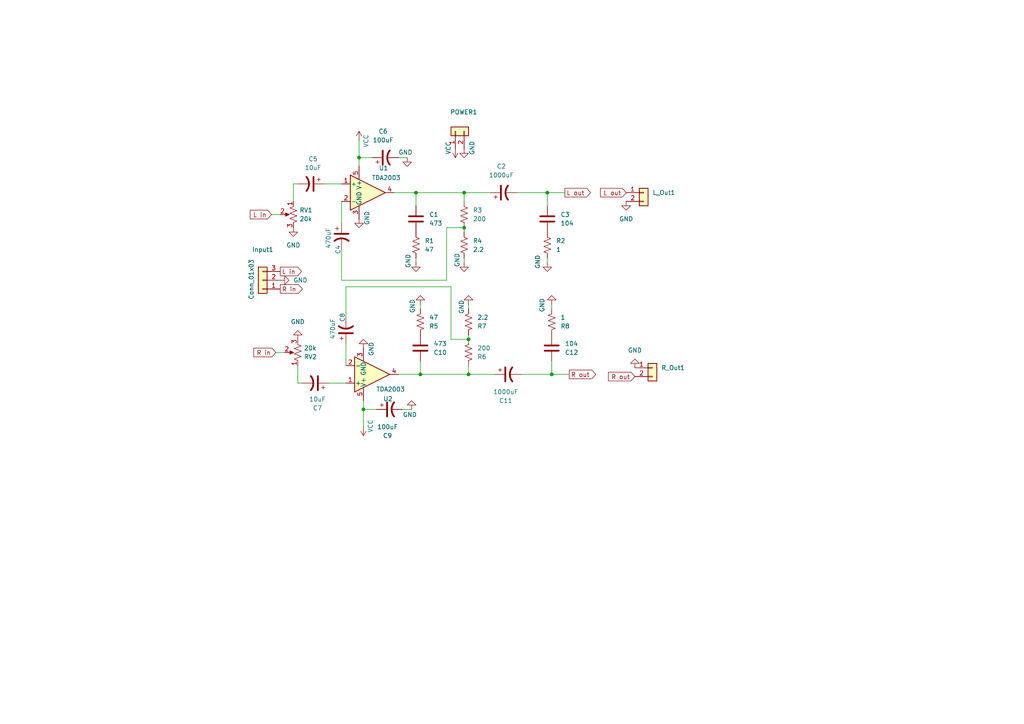
<source format=kicad_sch>
(kicad_sch (version 20231120) (generator "eeschema") (generator_version "8.0")
  (paper "A4")
  (lib_symbols
    (symbol "Amplifier_Audio:TDA2003" (pin_names (offset 0.127))
      (property "Reference" "U" (at 3.81 6.35 0))
      (property "Value" "TDA2003" (at 3.81 3.81 0))
      (symbol "TDA2003_0_1"
        (polyline (pts (xy -5.08 5.08) (xy 5.08 0) (xy -5.08 -5.08) (xy -5.08 5.08)) (stroke (width 0.254)) (fill (type background)))
      )
      (symbol "TDA2003_1_1"
        (pin input line (at -7.62 2.54 0) (length 2.54) (name "+") (number "1"))
        (pin input line (at -7.62 -2.54 0) (length 2.54) (name "-") (number "2"))
        (pin power_in line (at -2.54 -7.62 90) (length 3.81) (name "GND") (number "3"))
        (pin output line (at 7.62 0 180) (length 2.54) (name "~") (number "4"))
        (pin power_in line (at -2.54 7.62 270) (length 3.81) (name "V+") (number "5"))
      )
    )
    (symbol "Connector_Generic:Conn_01x02" (pin_names (offset 1.016) hide)
      (property "Reference" "J" (at 0 2.54 0))
      (property "Value" "Conn_01x02" (at 0 -5.08 0))
      (symbol "Conn_01x02_1_1"
        (rectangle (start -1.27 -2.413) (end 0 -2.667) (stroke (width 0.1524)))
        (rectangle (start -1.27 0.127) (end 0 -0.127) (stroke (width 0.1524)))
        (rectangle (start -1.27 1.27) (end 1.27 -3.81) (stroke (width 0.254)) (fill (type background)))
        (pin passive line (at -5.08 0 0) (length 3.81) (name "Pin_1") (number "1"))
        (pin passive line (at -5.08 -2.54 0) (length 3.81) (name "Pin_2") (number "2"))
      )
    )
    (symbol "Connector_Generic:Conn_01x03" (pin_names (offset 1.016) hide)
      (property "Reference" "J" (at 0 5.08 0))
      (property "Value" "Conn_01x03" (at 0 -5.08 0))
      (symbol "Conn_01x03_1_1"
        (rectangle (start -1.27 -2.413) (end 0 -2.667) (stroke (width 0.1524)))
        (rectangle (start -1.27 0.127) (end 0 -0.127) (stroke (width 0.1524)))
        (rectangle (start -1.27 2.667) (end 0 2.413) (stroke (width 0.1524)))
        (rectangle (start -1.27 3.81) (end 1.27 -3.81) (stroke (width 0.254)) (fill (type background)))
        (pin passive line (at -5.08 2.54 0) (length 3.81) (name "Pin_1") (number "1"))
        (pin passive line (at -5.08 0 0) (length 3.81) (name "Pin_2") (number "2"))
        (pin passive line (at -5.08 -2.54 0) (length 3.81) (name "Pin_3") (number "3"))
      )
    )
    (symbol "Device:C" (pin_numbers hide) (pin_names (offset 0.254))
      (property "Reference" "C" (at 0.635 2.54 0))
      (property "Value" "C" (at 0.635 -2.54 0))
      (symbol "C_0_1"
        (polyline (pts (xy -2.032 -0.762) (xy 2.032 -0.762)) (stroke (width 0.508)))
        (polyline (pts (xy -2.032 0.762) (xy 2.032 0.762)) (stroke (width 0.508)))
      )
      (symbol "C_1_1"
        (pin passive line (at 0 3.81 270) (length 2.794) (name "~") (number "1"))
        (pin passive line (at 0 -3.81 90) (length 2.794) (name "~") (number "2"))
      )
    )
    (symbol "Device:C_Polarized_US" (pin_numbers hide) (pin_names (offset 0.254) hide)
      (property "Reference" "C" (at 0.635 2.54 0))
      (property "Value" "C_Polarized_US" (at 0.635 -2.54 0))
      (symbol "C_Polarized_US_0_1"
        (polyline (pts (xy -2.032 0.762) (xy 2.032 0.762)) (stroke (width 0.508)))
        (polyline (pts (xy -1.778 2.286) (xy -0.762 2.286)))
        (polyline (pts (xy -1.27 1.778) (xy -1.27 2.794)))
        (arc (start 2.032 -1.27) (mid 0 -0.5572) (end -2.032 -1.27) (stroke (width 0.508)))
      )
      (symbol "C_Polarized_US_1_1"
        (pin passive line (at 0 3.81 270) (length 2.794) (name "~") (number "1"))
        (pin passive line (at 0 -3.81 90) (length 3.302) (name "~") (number "2"))
      )
    )
    (symbol "Device:R_Potentiometer_US" (pin_names (offset 1.016) hide)
      (property "Reference" "RV" (at -4.445 0 90))
      (property "Value" "R_Potentiometer_US" (at -2.54 0 90))
      (symbol "R_Potentiometer_US_0_1"
        (polyline (pts (xy 0 -2.286) (xy 0 -2.54)))
        (polyline (pts (xy 0 2.54) (xy 0 2.286)))
        (polyline (pts (xy 2.54 0) (xy 1.524 0)))
        (polyline (pts (xy 1.143 0) (xy 2.286 0.508) (xy 2.286 -0.508) (xy 1.143 0)) (fill (type outline)))
        (polyline (pts (xy 0 -0.762) (xy 1.016 -1.143) (xy 0 -1.524) (xy -1.016 -1.905) (xy 0 -2.286)))
        (polyline (pts (xy 0 0.762) (xy 1.016 0.381) (xy 0 0) (xy -1.016 -0.381) (xy 0 -0.762)))
        (polyline (pts (xy 0 2.286) (xy 1.016 1.905) (xy 0 1.524) (xy -1.016 1.143) (xy 0 0.762)))
      )
      (symbol "R_Potentiometer_US_1_1"
        (pin passive line (at 0 3.81 270) (length 1.27) (name "1") (number "1"))
        (pin passive line (at 3.81 0 180) (length 1.27) (name "2") (number "2"))
        (pin passive line (at 0 -3.81 90) (length 1.27) (name "3") (number "3"))
      )
    )
    (symbol "Device:R_US" (pin_numbers hide) (pin_names (offset 0))
      (property "Reference" "R" (at 2.54 0 90))
      (property "Value" "R_US" (at -2.54 0 90))
      (symbol "R_US_0_1"
        (polyline (pts (xy 0 -2.286) (xy 0 -2.54)))
        (polyline (pts (xy 0 2.286) (xy 0 2.54)))
        (polyline (pts (xy 0 -0.762) (xy 1.016 -1.143) (xy 0 -1.524) (xy -1.016 -1.905) (xy 0 -2.286)))
        (polyline (pts (xy 0 0.762) (xy 1.016 0.381) (xy 0 0) (xy -1.016 -0.381) (xy 0 -0.762)))
        (polyline (pts (xy 0 2.286) (xy 1.016 1.905) (xy 0 1.524) (xy -1.016 1.143) (xy 0 0.762)))
      )
      (symbol "R_US_1_1"
        (pin passive line (at 0 3.81 270) (length 1.27) (name "~") (number "1"))
        (pin passive line (at 0 -3.81 90) (length 1.27) (name "~") (number "2"))
      )
    )
    (symbol "power:GND" (power) (pin_numbers hide) (pin_names (offset 0) hide)
      (property "Value" "GND" (at 0 -3.81 0))
      (symbol "GND_0_1"
        (polyline (pts (xy 0 0) (xy 0 -1.27) (xy 1.27 -1.27) (xy 0 -2.54) (xy -1.27 -1.27) (xy 0 -1.27)))
      )
      (symbol "GND_1_1"
        (pin power_in line (at 0 0 270) (length 0) (name "~") (number "1"))
      )
    )
    (symbol "power:VCC" (power) (pin_numbers hide) (pin_names (offset 0) hide)
      (property "Value" "VCC" (at 0 3.556 0))
      (symbol "VCC_0_1"
        (polyline (pts (xy -0.762 1.27) (xy 0 2.54)))
        (polyline (pts (xy 0 0) (xy 0 2.54)))
        (polyline (pts (xy 0 2.54) (xy 0.762 1.27)))
      )
      (symbol "VCC_1_1"
        (pin power_in line (at 0 0 90) (length 0) (name "~") (number "1"))
      )
    )
  )
  (junction (at 120.65 55.88))
  (junction (at 105.41 118.745))
  (junction (at 158.75 55.88))
  (junction (at 134.62 55.88))
  (junction (at 160.02 108.585))
  (junction (at 134.62 66.04))
  (junction (at 135.89 98.425))
  (junction (at 135.89 108.585))
  (junction (at 121.92 108.585))
  (junction (at 104.14 45.72))
  (wire (pts (xy 104.14 45.72) (xy 107.95 45.72)))
  (wire (pts (xy 120.65 76.2) (xy 120.65 74.93)))
  (wire (pts (xy 120.65 55.88) (xy 114.3 55.88)))
  (wire (pts (xy 86.36 111.125) (xy 87.63 111.125)))
  (wire (pts (xy 160.02 108.585) (xy 165.1 108.585)))
  (wire (pts (xy 80.01 102.235) (xy 82.55 102.235)))
  (wire (pts (xy 134.62 74.93) (xy 134.62 76.2)))
  (wire (pts (xy 105.41 118.745) (xy 109.22 118.745)))
  (wire (pts (xy 104.14 40.64) (xy 104.14 45.72)))
  (wire (pts (xy 105.41 123.825) (xy 105.41 118.745)))
  (wire (pts (xy 129.54 66.04) (xy 134.62 66.04)))
  (wire (pts (xy 135.89 89.535) (xy 135.89 88.265)))
  (wire (pts (xy 104.14 45.72) (xy 104.14 48.26)))
  (wire (pts (xy 120.65 55.88) (xy 120.65 59.69)))
  (wire (pts (xy 121.92 88.265) (xy 121.92 89.535)))
  (wire (pts (xy 134.62 66.04) (xy 134.62 67.31)))
  (wire (pts (xy 105.41 118.745) (xy 105.41 116.205)))
  (wire (pts (xy 99.06 81.28) (xy 129.54 81.28)))
  (wire (pts (xy 158.75 55.88) (xy 158.75 59.69)))
  (wire (pts (xy 135.89 98.425) (xy 135.89 97.155)))
  (wire (pts (xy 160.02 88.265) (xy 160.02 89.535)))
  (wire (pts (xy 134.62 55.88) (xy 120.65 55.88)))
  (wire (pts (xy 158.75 55.88) (xy 149.86 55.88)))
  (wire (pts (xy 134.62 55.88) (xy 134.62 58.42)))
  (wire (pts (xy 78.74 62.23) (xy 81.28 62.23)))
  (wire (pts (xy 99.06 58.42) (xy 99.06 64.77)))
  (wire (pts (xy 130.81 83.185) (xy 130.81 98.425)))
  (wire (pts (xy 100.33 83.185) (xy 130.81 83.185)))
  (wire (pts (xy 100.33 92.075) (xy 100.33 83.185)))
  (wire (pts (xy 99.06 72.39) (xy 99.06 81.28)))
  (wire (pts (xy 95.25 111.125) (xy 100.33 111.125)))
  (wire (pts (xy 135.89 108.585) (xy 135.89 106.045)))
  (wire (pts (xy 100.33 106.045) (xy 100.33 99.695)))
  (wire (pts (xy 93.98 53.34) (xy 99.06 53.34)))
  (wire (pts (xy 121.92 108.585) (xy 115.57 108.585)))
  (wire (pts (xy 129.54 81.28) (xy 129.54 66.04)))
  (wire (pts (xy 85.09 58.42) (xy 85.09 53.34)))
  (wire (pts (xy 118.11 45.72) (xy 115.57 45.72)))
  (wire (pts (xy 135.89 108.585) (xy 121.92 108.585)))
  (wire (pts (xy 130.81 98.425) (xy 135.89 98.425)))
  (wire (pts (xy 119.38 118.745) (xy 116.84 118.745)))
  (wire (pts (xy 121.92 108.585) (xy 121.92 104.775)))
  (wire (pts (xy 158.75 55.88) (xy 163.83 55.88)))
  (wire (pts (xy 143.51 108.585) (xy 135.89 108.585)))
  (wire (pts (xy 86.36 106.045) (xy 86.36 111.125)))
  (wire (pts (xy 158.75 76.2) (xy 158.75 74.93)))
  (wire (pts (xy 160.02 108.585) (xy 151.13 108.585)))
  (wire (pts (xy 160.02 108.585) (xy 160.02 104.775)))
  (wire (pts (xy 85.09 53.34) (xy 86.36 53.34)))
  (wire (pts (xy 142.24 55.88) (xy 134.62 55.88)))
  (global_label "L in" (shape output) (at 81.28 78.74 0) (property "Intersheetrefs" "${INTERSHEET_REFS}" (effects (hide yes))))
  (global_label "R out" (shape input) (at 184.15 109.22 180) (property "Intersheetrefs" "${INTERSHEET_REFS}" (effects (hide yes))))
  (global_label "L out" (shape output) (at 163.83 55.88 0) (property "Intersheetrefs" "${INTERSHEET_REFS}" (effects (hide yes))))
  (global_label "L in" (shape input) (at 78.74 62.23 180) (property "Intersheetrefs" "${INTERSHEET_REFS}" (effects (hide yes))))
  (global_label "L out" (shape input) (at 181.61 55.88 180) (property "Intersheetrefs" "${INTERSHEET_REFS}" (effects (hide yes))))
  (global_label "R in" (shape input) (at 80.01 102.235 180) (property "Intersheetrefs" "${INTERSHEET_REFS}" (effects (hide yes))))
  (global_label "R out" (shape output) (at 165.1 108.585 0) (property "Intersheetrefs" "${INTERSHEET_REFS}" (effects (hide yes))))
  (global_label "R in" (shape output) (at 81.28 83.82 0) (property "Intersheetrefs" "${INTERSHEET_REFS}" (effects (hide yes))))
  (symbol (lib_id "power:GND") (at 134.62 43.18 0) (unit 1)
    (property "Reference" "#PWR019" (effects (hide yes)))
    (property "Value" "GND" (at 136.906 42.926 90))
    (property "Description" "Power symbol creates a global label with name \"GND\" , ground" (effects (hide yes)))
  )
  (symbol (lib_id "Device:R_Potentiometer_US") (at 86.36 102.235 180) (unit 1)
    (property "Reference" "RV2" (at 88.138 103.505 0) (effects (justify right)))
    (property "Value" "20k" (at 88.138 100.965 0) (effects (justify right)))
    (property "Footprint" "Potentiometer_THT:Potentiometer_Runtron_RM-065_Vertical" (effects (hide yes)))
    (property "Description" "Potentiometer, US symbol" (effects (hide yes)))
  )
  (symbol (lib_id "Device:C_Polarized_US") (at 113.03 118.745 90) (mirror x) (unit 1)
    (property "Reference" "C9" (at 112.395 126.365 90))
    (property "Value" "100uF" (at 112.395 123.825 90))
    (property "Footprint" "Capacitor_THT:CP_Radial_D10.0mm_P5.00mm" (effects (hide yes)))
    (property "Description" "Polarized capacitor, US symbol" (effects (hide yes)))
  )
  (symbol (lib_id "power:GND") (at 181.61 58.42 0) (unit 1)
    (property "Reference" "#PWR017" (effects (hide yes)))
    (property "Value" "GND" (at 181.61 63.5 0))
    (property "Description" "Power symbol creates a global label with name \"GND\" , ground" (effects (hide yes)))
  )
  (symbol (lib_id "Device:R_US") (at 120.65 71.12 0) (unit 1)
    (property "Reference" "R1" (at 123.19 69.8499 0) (effects (justify left)))
    (property "Value" "47" (at 123.19 72.3899 0) (effects (justify left)))
    (property "Footprint" "Resistor_THT:R_Axial_DIN0309_L9.0mm_D3.2mm_P15.24mm_Horizontal" (effects (hide yes)))
    (property "Description" "Resistor, US symbol" (effects (hide yes)))
  )
  (symbol (lib_id "power:VCC") (at 132.08 43.18 180) (unit 1)
    (property "Reference" "#PWR02" (effects (hide yes)))
    (property "Value" "VCC" (at 130.048 42.926 90))
    (property "Description" "Power symbol creates a global label with name \"VCC\"" (effects (hide yes)))
  )
  (symbol (lib_id "Device:R_US") (at 121.92 93.345 0) (mirror x) (unit 1)
    (property "Reference" "R5" (at 124.46 94.6151 0) (effects (justify left)))
    (property "Value" "47" (at 124.46 92.0751 0) (effects (justify left)))
    (property "Footprint" "Resistor_THT:R_Axial_DIN0309_L9.0mm_D3.2mm_P15.24mm_Horizontal" (effects (hide yes)))
    (property "Description" "Resistor, US symbol" (effects (hide yes)))
  )
  (symbol (lib_id "Device:R_US") (at 160.02 93.345 0) (mirror x) (unit 1)
    (property "Reference" "R8" (at 162.56 94.6151 0) (effects (justify left)))
    (property "Value" "1" (at 162.56 92.0751 0) (effects (justify left)))
    (property "Footprint" "Resistor_THT:R_Axial_DIN0309_L9.0mm_D3.2mm_P15.24mm_Horizontal" (effects (hide yes)))
    (property "Description" "Resistor, US symbol" (effects (hide yes)))
  )
  (symbol (lib_id "power:GND") (at 104.14 63.5 0) (unit 1)
    (property "Reference" "#PWR03" (effects (hide yes)))
    (property "Value" "GND" (at 106.426 63.246 90))
    (property "Description" "Power symbol creates a global label with name \"GND\" , ground" (effects (hide yes)))
  )
  (symbol (lib_id "Device:R_Potentiometer_US") (at 85.09 62.23 0) (mirror y) (unit 1)
    (property "Reference" "RV1" (at 86.868 60.96 0) (effects (justify right)))
    (property "Value" "20k" (at 86.868 63.5 0) (effects (justify right)))
    (property "Footprint" "Potentiometer_THT:Potentiometer_Runtron_RM-065_Vertical" (effects (hide yes)))
    (property "Description" "Potentiometer, US symbol" (effects (hide yes)))
  )
  (symbol (lib_id "Device:C_Polarized_US") (at 147.32 108.585 90) (mirror x) (unit 1)
    (property "Reference" "C11" (at 146.685 116.205 90))
    (property "Value" "1000uF" (at 146.685 113.665 90))
    (property "Footprint" "Capacitor_THT:CP_Radial_D16.0mm_P7.50mm" (effects (hide yes)))
    (property "Description" "Polarized capacitor, US symbol" (effects (hide yes)))
  )
  (symbol (lib_id "power:GND") (at 135.89 88.265 0) (mirror x) (unit 1)
    (property "Reference" "#PWR014" (effects (hide yes)))
    (property "Value" "GND" (at 133.858 89.027 90))
    (property "Description" "Power symbol creates a global label with name \"GND\" , ground" (effects (hide yes)))
  )
  (symbol (lib_id "power:GND") (at 86.36 98.425 0) (mirror x) (unit 1)
    (property "Reference" "#PWR09" (effects (hide yes)))
    (property "Value" "GND" (at 86.36 93.345 0))
    (property "Description" "Power symbol creates a global label with name \"GND\" , ground" (effects (hide yes)))
  )
  (symbol (lib_id "Device:C") (at 121.92 100.965 0) (mirror x) (unit 1)
    (property "Reference" "C10" (at 125.73 102.2351 0) (effects (justify left)))
    (property "Value" "473" (at 125.73 99.6951 0) (effects (justify left)))
    (property "Footprint" "Capacitor_THT:C_Disc_D3.0mm_W2.0mm_P2.50mm" (effects (hide yes)))
    (property "Description" "Unpolarized capacitor" (effects (hide yes)))
  )
  (symbol (lib_id "Device:R_US") (at 134.62 62.23 0) (unit 1)
    (property "Reference" "R3" (at 137.16 60.9599 0) (effects (justify left)))
    (property "Value" "200" (at 137.16 63.4999 0) (effects (justify left)))
    (property "Footprint" "Resistor_THT:R_Axial_DIN0309_L9.0mm_D3.2mm_P15.24mm_Horizontal" (effects (hide yes)))
    (property "Description" "Resistor, US symbol" (effects (hide yes)))
  )
  (symbol (lib_id "Connector_Generic:Conn_01x02") (at 186.69 55.88 0) (unit 1)
    (property "Reference" "L_Out1" (at 189.23 55.8799 0) (effects (justify left)))
    (property "Value" "Conn_01x02" (effects (hide yes)))
    (property "Footprint" "Connector_Molex:Molex_KK-254_AE-6410-02A_1x02_P2.54mm_Vertical" (effects (hide yes)))
    (property "Description" "Generic connector, single row, 01x02, script generated (kicad-library-utils/schlib/autogen/connector/)" (effects (hide yes)))
  )
  (symbol (lib_id "Device:C") (at 160.02 100.965 0) (mirror x) (unit 1)
    (property "Reference" "C12" (at 163.83 102.2351 0) (effects (justify left)))
    (property "Value" "104" (at 163.83 99.6951 0) (effects (justify left)))
    (property "Footprint" "Capacitor_THT:C_Disc_D3.0mm_W2.0mm_P2.50mm" (effects (hide yes)))
    (property "Description" "Unpolarized capacitor" (effects (hide yes)))
  )
  (symbol (lib_id "Device:R_US") (at 135.89 93.345 0) (mirror x) (unit 1)
    (property "Reference" "R7" (at 138.43 94.6151 0) (effects (justify left)))
    (property "Value" "2.2" (at 138.43 92.0751 0) (effects (justify left)))
    (property "Footprint" "Resistor_THT:R_Axial_DIN0309_L9.0mm_D3.2mm_P15.24mm_Horizontal" (effects (hide yes)))
    (property "Description" "Resistor, US symbol" (effects (hide yes)))
  )
  (symbol (lib_id "power:GND") (at 158.75 76.2 0) (unit 1)
    (property "Reference" "#PWR05" (effects (hide yes)))
    (property "Value" "GND" (at 155.956 75.946 90))
    (property "Description" "Power symbol creates a global label with name \"GND\" , ground" (effects (hide yes)))
  )
  (symbol (lib_id "power:GND") (at 160.02 88.265 0) (mirror x) (unit 1)
    (property "Reference" "#PWR015" (effects (hide yes)))
    (property "Value" "GND" (at 157.226 88.519 90))
    (property "Description" "Power symbol creates a global label with name \"GND\" , ground" (effects (hide yes)))
  )
  (symbol (lib_id "power:GND") (at 134.62 76.2 0) (unit 1)
    (property "Reference" "#PWR06" (effects (hide yes)))
    (property "Value" "GND" (at 132.588 75.438 90))
    (property "Description" "Power symbol creates a global label with name \"GND\" , ground" (effects (hide yes)))
  )
  (symbol (lib_id "Device:R_US") (at 158.75 71.12 0) (unit 1)
    (property "Reference" "R2" (at 161.29 69.8499 0) (effects (justify left)))
    (property "Value" "1" (at 161.29 72.3899 0) (effects (justify left)))
    (property "Footprint" "Resistor_THT:R_Axial_DIN0309_L9.0mm_D3.2mm_P15.24mm_Horizontal" (effects (hide yes)))
    (property "Description" "Resistor, US symbol" (effects (hide yes)))
  )
  (symbol (lib_id "Amplifier_Audio:TDA2003") (at 107.95 108.585 0) (mirror x) (unit 1)
    (property "Reference" "U2" (at 112.522 115.697 0))
    (property "Value" "TDA2003" (at 113.284 112.903 0))
    (property "Footprint" "Package_TO_SOT_THT:TO-220-5_P3.4x3.7mm_StaggerOdd_Lead3.8mm_Vertical" (effects (hide yes)))
    (property "Datasheet" "http://www.st.com/resource/en/datasheet/cd00000123.pdf" (effects (hide yes)))
    (property "Description" "10W Car Radio Audio Amplifier, TO-220-5" (effects (hide yes)))
  )
  (symbol (lib_id "power:GND") (at 81.28 81.28 90) (unit 1)
    (property "Reference" "#PWR016" (effects (hide yes)))
    (property "Value" "GND" (at 85.09 81.2799 90) (effects (justify right)))
    (property "Description" "Power symbol creates a global label with name \"GND\" , ground" (effects (hide yes)))
  )
  (symbol (lib_id "Amplifier_Audio:TDA2003") (at 106.68 55.88 0) (unit 1)
    (property "Reference" "U1" (at 111.252 48.768 0))
    (property "Value" "TDA2003" (at 112.014 51.562 0))
    (property "Footprint" "Package_TO_SOT_THT:TO-220-5_P3.4x3.7mm_StaggerOdd_Lead3.8mm_Vertical" (effects (hide yes)))
    (property "Datasheet" "http://www.st.com/resource/en/datasheet/cd00000123.pdf" (effects (hide yes)))
    (property "Description" "10W Car Radio Audio Amplifier, TO-220-5" (effects (hide yes)))
  )
  (symbol (lib_id "Device:C_Polarized_US") (at 90.17 53.34 270) (unit 1)
    (property "Reference" "C5" (at 90.805 46.1123 90))
    (property "Value" "10uF" (at 90.805 48.6523 90))
    (property "Footprint" "Capacitor_THT:CP_Radial_D5.0mm_P2.50mm" (effects (hide yes)))
    (property "Description" "Polarized capacitor, US symbol" (effects (hide yes)))
  )
  (symbol (lib_id "power:GND") (at 105.41 100.965 0) (mirror x) (unit 1)
    (property "Reference" "#PWR011" (effects (hide yes)))
    (property "Value" "GND" (at 107.696 101.219 90))
    (property "Description" "Power symbol creates a global label with name \"GND\" , ground" (effects (hide yes)))
  )
  (symbol (lib_id "Device:C") (at 158.75 63.5 0) (unit 1)
    (property "Reference" "C3" (at 162.56 62.2299 0) (effects (justify left)))
    (property "Value" "104" (at 162.56 64.7699 0) (effects (justify left)))
    (property "Footprint" "Capacitor_THT:C_Disc_D3.0mm_W2.0mm_P2.50mm" (effects (hide yes)))
    (property "Description" "Unpolarized capacitor" (effects (hide yes)))
  )
  (symbol (lib_id "power:GND") (at 121.92 88.265 0) (mirror x) (unit 1)
    (property "Reference" "#PWR013" (effects (hide yes)))
    (property "Value" "GND" (at 119.634 88.773 90))
    (property "Description" "Power symbol creates a global label with name \"GND\" , ground" (effects (hide yes)))
  )
  (symbol (lib_id "Device:C") (at 120.65 63.5 0) (unit 1)
    (property "Reference" "C1" (at 124.46 62.2299 0) (effects (justify left)))
    (property "Value" "473" (at 124.46 64.7699 0) (effects (justify left)))
    (property "Footprint" "Capacitor_THT:C_Disc_D3.0mm_W2.0mm_P2.50mm" (effects (hide yes)))
    (property "Description" "Unpolarized capacitor" (effects (hide yes)))
  )
  (symbol (lib_id "power:GND") (at 85.09 66.04 0) (unit 1)
    (property "Reference" "#PWR07" (effects (hide yes)))
    (property "Value" "GND" (at 85.09 71.12 0))
    (property "Description" "Power symbol creates a global label with name \"GND\" , ground" (effects (hide yes)))
  )
  (symbol (lib_id "power:GND") (at 120.65 76.2 0) (unit 1)
    (property "Reference" "#PWR04" (effects (hide yes)))
    (property "Value" "GND" (at 118.364 75.692 90))
    (property "Description" "Power symbol creates a global label with name \"GND\" , ground" (effects (hide yes)))
  )
  (symbol (lib_id "power:VCC") (at 105.41 123.825 0) (mirror x) (unit 1)
    (property "Reference" "#PWR010" (effects (hide yes)))
    (property "Value" "VCC" (at 107.442 123.571 90))
    (property "Description" "Power symbol creates a global label with name \"VCC\"" (effects (hide yes)))
  )
  (symbol (lib_id "Device:R_US") (at 135.89 102.235 0) (mirror x) (unit 1)
    (property "Reference" "R6" (at 138.43 103.5051 0) (effects (justify left)))
    (property "Value" "200" (at 138.43 100.9651 0) (effects (justify left)))
    (property "Footprint" "Resistor_THT:R_Axial_DIN0309_L9.0mm_D3.2mm_P15.24mm_Horizontal" (effects (hide yes)))
    (property "Description" "Resistor, US symbol" (effects (hide yes)))
  )
  (symbol (lib_id "Connector_Generic:Conn_01x03") (at 76.2 81.28 180) (unit 1)
    (property "Reference" "Input1" (at 76.2 72.39 0))
    (property "Value" "Conn_01x03" (at 72.898 81.026 90))
    (property "Footprint" "Connector_Molex:Molex_KK-254_AE-6410-03A_1x03_P2.54mm_Vertical" (effects (hide yes)))
    (property "Description" "Generic connector, single row, 01x03, script generated (kicad-library-utils/schlib/autogen/connector/)" (effects (hide yes)))
  )
  (symbol (lib_id "Device:C_Polarized_US") (at 146.05 55.88 90) (unit 1)
    (property "Reference" "C2" (at 145.415 48.26 90))
    (property "Value" "1000uF" (at 145.415 50.8 90))
    (property "Footprint" "Capacitor_THT:CP_Radial_D16.0mm_P7.50mm" (effects (hide yes)))
    (property "Description" "Polarized capacitor, US symbol" (effects (hide yes)))
  )
  (symbol (lib_id "Device:C_Polarized_US") (at 91.44 111.125 270) (mirror x) (unit 1)
    (property "Reference" "C7" (at 92.075 118.3527 90))
    (property "Value" "10uF" (at 92.075 115.8127 90))
    (property "Footprint" "Capacitor_THT:CP_Radial_D5.0mm_P2.50mm" (effects (hide yes)))
    (property "Description" "Polarized capacitor, US symbol" (effects (hide yes)))
  )
  (symbol (lib_id "Connector_Generic:Conn_01x02") (at 132.08 38.1 90) (unit 1)
    (property "Reference" "POWER1" (at 130.556 32.512 90) (effects (justify right)))
    (property "Value" "CONN_01x02" (effects (hide yes)))
    (property "Footprint" "Connector_Molex:Molex_KK-254_AE-6410-02A_1x02_P2.54mm_Vertical" (effects (hide yes)))
    (property "Description" "Generic connector, single row, 01x02, script generated (kicad-library-utils/schlib/autogen/connector/)" (effects (hide yes)))
  )
  (symbol (lib_id "Device:C_Polarized_US") (at 99.06 68.58 0) (unit 1)
    (property "Reference" "C4" (at 98.044 72.39 90))
    (property "Value" "470uF" (at 95.25 69.088 90))
    (property "Footprint" "Capacitor_THT:CP_Radial_D10.0mm_P5.00mm" (effects (hide yes)))
    (property "Description" "Polarized capacitor, US symbol" (effects (hide yes)))
  )
  (symbol (lib_id "power:GND") (at 118.11 45.72 0) (unit 1)
    (property "Reference" "#PWR08" (effects (hide yes)))
    (property "Value" "GND" (at 117.602 44.196 0))
    (property "Description" "Power symbol creates a global label with name \"GND\" , ground" (effects (hide yes)))
  )
  (symbol (lib_id "Device:R_US") (at 134.62 71.12 0) (unit 1)
    (property "Reference" "R4" (at 137.16 69.8499 0) (effects (justify left)))
    (property "Value" "2.2" (at 137.16 72.3899 0) (effects (justify left)))
    (property "Footprint" "Resistor_THT:R_Axial_DIN0309_L9.0mm_D3.2mm_P15.24mm_Horizontal" (effects (hide yes)))
    (property "Description" "Resistor, US symbol" (effects (hide yes)))
  )
  (symbol (lib_id "power:GND") (at 119.38 118.745 0) (mirror x) (unit 1)
    (property "Reference" "#PWR012" (effects (hide yes)))
    (property "Value" "GND" (at 118.872 120.269 0))
    (property "Description" "Power symbol creates a global label with name \"GND\" , ground" (effects (hide yes)))
  )
  (symbol (lib_id "Device:C_Polarized_US") (at 111.76 45.72 90) (unit 1)
    (property "Reference" "C6" (at 111.125 38.1 90))
    (property "Value" "100uF" (at 111.125 40.64 90))
    (property "Footprint" "Capacitor_THT:CP_Radial_D10.0mm_P5.00mm" (effects (hide yes)))
    (property "Description" "Polarized capacitor, US symbol" (effects (hide yes)))
  )
  (symbol (lib_id "Connector_Generic:Conn_01x02") (at 189.23 106.68 0) (unit 1)
    (property "Reference" "R_Out1" (at 191.77 106.6799 0) (effects (justify left)))
    (property "Value" "Conn_01x02" (effects (hide yes)))
    (property "Footprint" "Connector_Molex:Molex_KK-254_AE-6410-02A_1x02_P2.54mm_Vertical" (effects (hide yes)))
    (property "Description" "Generic connector, single row, 01x02, script generated (kicad-library-utils/schlib/autogen/connector/)" (effects (hide yes)))
  )
  (symbol (lib_id "power:VCC") (at 104.14 40.64 0) (unit 1)
    (property "Reference" "#PWR01" (effects (hide yes)))
    (property "Value" "VCC" (at 106.172 40.894 90))
    (property "Description" "Power symbol creates a global label with name \"VCC\"" (effects (hide yes)))
  )
  (symbol (lib_id "power:GND") (at 184.15 106.68 180) (unit 1)
    (property "Reference" "#PWR018" (effects (hide yes)))
    (property "Value" "GND" (at 184.15 101.6 0))
    (property "Description" "Power symbol creates a global label with name \"GND\" , ground" (effects (hide yes)))
  )
  (symbol (lib_id "Device:C_Polarized_US") (at 100.33 95.885 0) (mirror x) (unit 1)
    (property "Reference" "C8" (at 99.314 92.075 90))
    (property "Value" "470uF" (at 96.52 95.377 90))
    (property "Footprint" "Capacitor_THT:CP_Radial_D10.0mm_P5.00mm" (effects (hide yes)))
    (property "Description" "Polarized capacitor, US symbol" (effects (hide yes)))
  )
)
</source>
